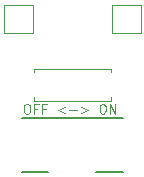
<source format=gbr>
%TF.GenerationSoftware,KiCad,Pcbnew,7.0.6*%
%TF.CreationDate,2023-08-01T21:42:18-07:00*%
%TF.ProjectId,gbsc-vgaswitch-throughhole,67627363-2d76-4676-9173-77697463682d,rev?*%
%TF.SameCoordinates,Original*%
%TF.FileFunction,Legend,Top*%
%TF.FilePolarity,Positive*%
%FSLAX46Y46*%
G04 Gerber Fmt 4.6, Leading zero omitted, Abs format (unit mm)*
G04 Created by KiCad (PCBNEW 7.0.6) date 2023-08-01 21:42:18*
%MOMM*%
%LPD*%
G01*
G04 APERTURE LIST*
%ADD10C,0.100000*%
%ADD11C,0.120000*%
%ADD12C,0.150000*%
G04 APERTURE END LIST*
D10*
X133758646Y-98156895D02*
X133911027Y-98156895D01*
X133911027Y-98156895D02*
X133987217Y-98194990D01*
X133987217Y-98194990D02*
X134063408Y-98271180D01*
X134063408Y-98271180D02*
X134101503Y-98423561D01*
X134101503Y-98423561D02*
X134101503Y-98690228D01*
X134101503Y-98690228D02*
X134063408Y-98842609D01*
X134063408Y-98842609D02*
X133987217Y-98918800D01*
X133987217Y-98918800D02*
X133911027Y-98956895D01*
X133911027Y-98956895D02*
X133758646Y-98956895D01*
X133758646Y-98956895D02*
X133682455Y-98918800D01*
X133682455Y-98918800D02*
X133606265Y-98842609D01*
X133606265Y-98842609D02*
X133568169Y-98690228D01*
X133568169Y-98690228D02*
X133568169Y-98423561D01*
X133568169Y-98423561D02*
X133606265Y-98271180D01*
X133606265Y-98271180D02*
X133682455Y-98194990D01*
X133682455Y-98194990D02*
X133758646Y-98156895D01*
X134711026Y-98537847D02*
X134444360Y-98537847D01*
X134444360Y-98956895D02*
X134444360Y-98156895D01*
X134444360Y-98156895D02*
X134825312Y-98156895D01*
X135396740Y-98537847D02*
X135130074Y-98537847D01*
X135130074Y-98956895D02*
X135130074Y-98156895D01*
X135130074Y-98156895D02*
X135511026Y-98156895D01*
X137034836Y-98423561D02*
X136425312Y-98652133D01*
X136425312Y-98652133D02*
X137034836Y-98880704D01*
X137415788Y-98652133D02*
X138025312Y-98652133D01*
X138406264Y-98423561D02*
X139015788Y-98652133D01*
X139015788Y-98652133D02*
X138406264Y-98880704D01*
X140158645Y-98156895D02*
X140311026Y-98156895D01*
X140311026Y-98156895D02*
X140387216Y-98194990D01*
X140387216Y-98194990D02*
X140463407Y-98271180D01*
X140463407Y-98271180D02*
X140501502Y-98423561D01*
X140501502Y-98423561D02*
X140501502Y-98690228D01*
X140501502Y-98690228D02*
X140463407Y-98842609D01*
X140463407Y-98842609D02*
X140387216Y-98918800D01*
X140387216Y-98918800D02*
X140311026Y-98956895D01*
X140311026Y-98956895D02*
X140158645Y-98956895D01*
X140158645Y-98956895D02*
X140082454Y-98918800D01*
X140082454Y-98918800D02*
X140006264Y-98842609D01*
X140006264Y-98842609D02*
X139968168Y-98690228D01*
X139968168Y-98690228D02*
X139968168Y-98423561D01*
X139968168Y-98423561D02*
X140006264Y-98271180D01*
X140006264Y-98271180D02*
X140082454Y-98194990D01*
X140082454Y-98194990D02*
X140158645Y-98156895D01*
X140844359Y-98956895D02*
X140844359Y-98156895D01*
X140844359Y-98156895D02*
X141301502Y-98956895D01*
X141301502Y-98956895D02*
X141301502Y-98156895D01*
D11*
%TO.C,J2*%
X131896000Y-89732000D02*
X134296000Y-89732000D01*
X131896000Y-92132000D02*
X131896000Y-89732000D01*
X134296000Y-89732000D02*
X134296000Y-92132000D01*
X134296000Y-92132000D02*
X131896000Y-92132000D01*
D12*
%TO.C,SW1*%
X133368000Y-99300000D02*
X141968000Y-99300000D01*
X133368000Y-103900000D02*
X135568000Y-103900000D01*
X139668000Y-103900000D02*
X141968000Y-103900000D01*
D11*
%TO.C,J1*%
X141040000Y-89732000D02*
X143440000Y-89732000D01*
X141040000Y-92132000D02*
X141040000Y-89732000D01*
X143440000Y-89732000D02*
X143440000Y-92132000D01*
X143440000Y-92132000D02*
X141040000Y-92132000D01*
%TO.C,R1*%
X140938000Y-97890000D02*
X134398000Y-97890000D01*
X140938000Y-97560000D02*
X140938000Y-97890000D01*
X140938000Y-95480000D02*
X140938000Y-95150000D01*
X140938000Y-95150000D02*
X134398000Y-95150000D01*
X134398000Y-97890000D02*
X134398000Y-97560000D01*
X134398000Y-95150000D02*
X134398000Y-95480000D01*
%TD*%
M02*

</source>
